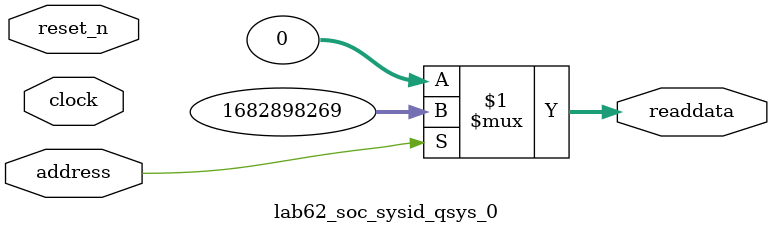
<source format=v>



// synthesis translate_off
`timescale 1ns / 1ps
// synthesis translate_on

// turn off superfluous verilog processor warnings 
// altera message_level Level1 
// altera message_off 10034 10035 10036 10037 10230 10240 10030 

module lab62_soc_sysid_qsys_0 (
               // inputs:
                address,
                clock,
                reset_n,

               // outputs:
                readdata
             )
;

  output  [ 31: 0] readdata;
  input            address;
  input            clock;
  input            reset_n;

  wire    [ 31: 0] readdata;
  //control_slave, which is an e_avalon_slave
  assign readdata = address ? 1682898269 : 0;

endmodule



</source>
